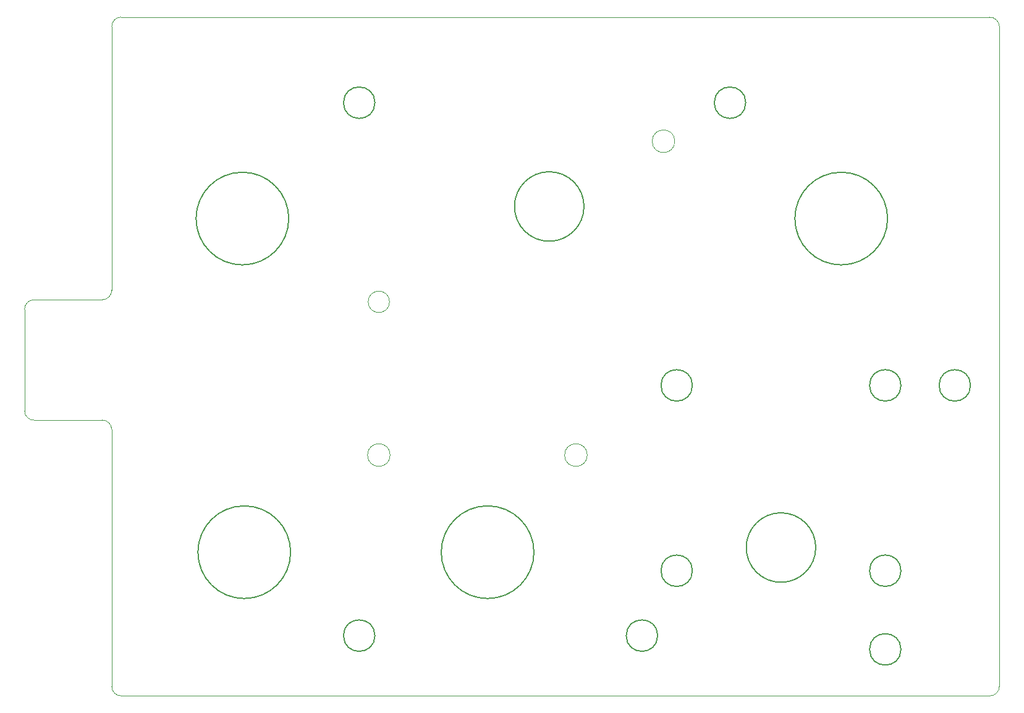
<source format=gbr>
%TF.GenerationSoftware,KiCad,Pcbnew,(5.1.6)-1*%
%TF.CreationDate,2020-11-25T20:53:45+11:00*%
%TF.ProjectId,ECS Panel PCB V1,45435320-5061-46e6-956c-205043422056,rev?*%
%TF.SameCoordinates,Original*%
%TF.FileFunction,Profile,NP*%
%FSLAX46Y46*%
G04 Gerber Fmt 4.6, Leading zero omitted, Abs format (unit mm)*
G04 Created by KiCad (PCBNEW (5.1.6)-1) date 2020-11-25 20:53:45*
%MOMM*%
%LPD*%
G01*
G04 APERTURE LIST*
%TA.AperFunction,Profile*%
%ADD10C,0.050000*%
%TD*%
%TA.AperFunction,Profile*%
%ADD11C,0.200000*%
%TD*%
G04 APERTURE END LIST*
D10*
X110550000Y-84000000D02*
G75*
G03*
X110550000Y-84000000I-1550000J0D01*
G01*
X71463754Y-106000000D02*
G75*
G03*
X71463754Y-106000000I-1463754J0D01*
G01*
X71550000Y-127000000D02*
G75*
G03*
X71550000Y-127000000I-1550000J0D01*
G01*
X98550000Y-127000000D02*
G75*
G03*
X98550000Y-127000000I-1550000J0D01*
G01*
X33401000Y-68300600D02*
G75*
G02*
X34671000Y-66979800I1295400J25400D01*
G01*
X153695400Y-67005200D02*
G75*
G02*
X155016200Y-68275200I25400J-1295400D01*
G01*
X155016200Y-158673800D02*
G75*
G02*
X153746200Y-159994600I-1295400J-25400D01*
G01*
X34721800Y-159994600D02*
G75*
G02*
X33401000Y-158724600I-25400J1295400D01*
G01*
X33400000Y-104394000D02*
G75*
G02*
X32130000Y-105714800I-1295400J-25400D01*
G01*
X21463000Y-107035600D02*
G75*
G02*
X22733000Y-105714800I1295400J25400D01*
G01*
X22783800Y-122224800D02*
G75*
G02*
X21463000Y-120954800I-25400J1295400D01*
G01*
X32079200Y-122199400D02*
G75*
G02*
X33400000Y-123469400I25400J-1295400D01*
G01*
X34721800Y-159994600D02*
X153746200Y-159994600D01*
X33400000Y-123469400D02*
X33401000Y-158724600D01*
X22783800Y-122224800D02*
X32079200Y-122199400D01*
X21463000Y-107035600D02*
X21463000Y-120954800D01*
X32130000Y-105714800D02*
X22733000Y-105714800D01*
X33401000Y-68300600D02*
X33400000Y-104394000D01*
X153695400Y-67005200D02*
X34671000Y-66979800D01*
X155016200Y-158673800D02*
X155016200Y-68275200D01*
D11*
X129857500Y-139674600D02*
G75*
G03*
X129857500Y-139674600I-4762500J0D01*
G01*
X57912000Y-140309600D02*
G75*
G03*
X57912000Y-140309600I-6350000J0D01*
G01*
X151060150Y-117449600D02*
G75*
G03*
X151060150Y-117449600I-2152650J0D01*
G01*
X141535150Y-153628428D02*
G75*
G03*
X141535150Y-153628428I-2152650J0D01*
G01*
X141535150Y-142849600D02*
G75*
G03*
X141535150Y-142849600I-2152650J0D01*
G01*
X141535150Y-117449600D02*
G75*
G03*
X141535150Y-117449600I-2152650J0D01*
G01*
X91249499Y-140309600D02*
G75*
G03*
X91249499Y-140309600I-6350000J0D01*
G01*
X98107500Y-92938600D02*
G75*
G03*
X98107500Y-92938600I-4762500J0D01*
G01*
X139700000Y-94589600D02*
G75*
G03*
X139700000Y-94589600I-6350000J0D01*
G01*
X112960149Y-142849600D02*
G75*
G03*
X112960149Y-142849600I-2152649J0D01*
G01*
X57658000Y-94589600D02*
G75*
G03*
X57658000Y-94589600I-6350000J0D01*
G01*
X112960149Y-117449600D02*
G75*
G03*
X112960149Y-117449600I-2152649J0D01*
G01*
X69462649Y-151739600D02*
G75*
G03*
X69462649Y-151739600I-2152649J0D01*
G01*
X108197649Y-151739600D02*
G75*
G03*
X108197649Y-151739600I-2152649J0D01*
G01*
X120262650Y-78714600D02*
G75*
G03*
X120262650Y-78714600I-2152650J0D01*
G01*
X69462649Y-78714600D02*
G75*
G03*
X69462649Y-78714600I-2152649J0D01*
G01*
M02*

</source>
